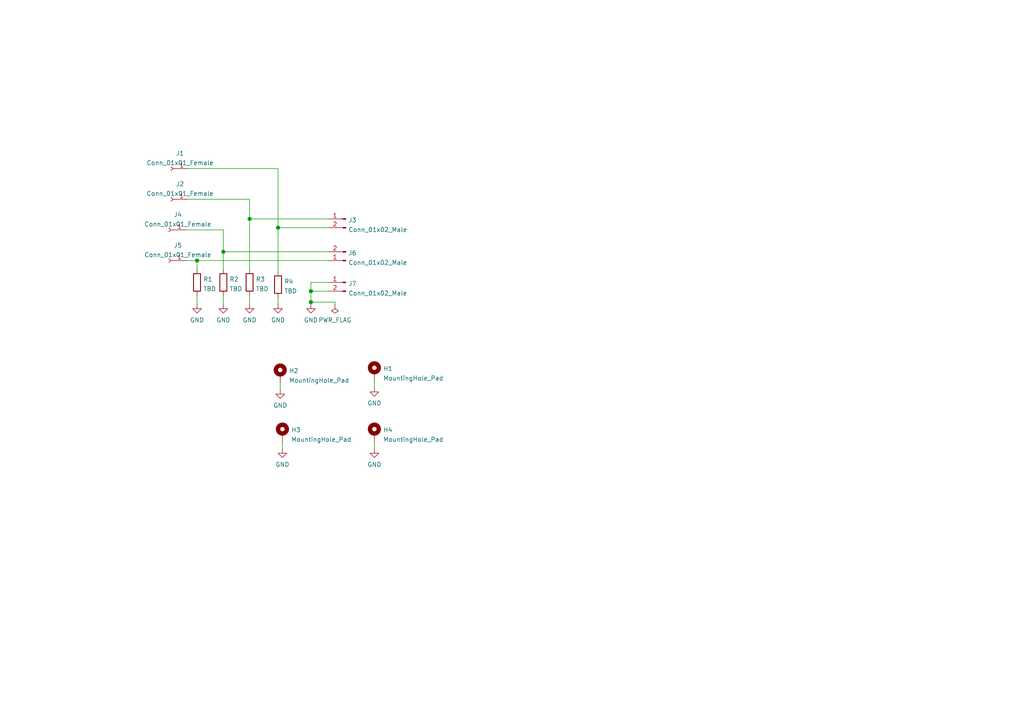
<source format=kicad_sch>
(kicad_sch (version 20210621) (generator eeschema)
  (paper "A4")
  (lib_symbols
    (symbol "Connector:Conn_01x01_Female" (pin_names (offset 1.016) hide)
      (property "Reference" "J" (at 0 2.54 0))
      (property "Value" "Conn_01x01_Female" (at 0 -2.54 0))
      (symbol "Conn_01x01_Female_1_1"
        (arc (start 0 0.508) (end 0 -0.508) (radius (at 0 0) (length 0.508) (angles 90.1 -90.1)) (stroke (width 0.1524)))
        (polyline (pts (xy -1.27 0) (xy -0.508 0)) (stroke (width 0.1524)))
        (pin passive line (at -5.08 0 0) (length 3.81) (name "Pin_1") (number "1"))
      )
    )
    (symbol "Connector:Conn_01x02_Male" (pin_names (offset 1.016) hide)
      (property "Reference" "J" (at 0 2.54 0))
      (property "Value" "Conn_01x02_Male" (at 0 -5.08 0))
      (symbol "Conn_01x02_Male_1_1"
        (rectangle (start 0.8636 -2.413) (end 0 -2.667) (stroke (width 0.1524)) (fill (type outline)))
        (rectangle (start 0.8636 0.127) (end 0 -0.127) (stroke (width 0.1524)) (fill (type outline)))
        (polyline (pts (xy 1.27 -2.54) (xy 0.8636 -2.54)) (stroke (width 0.1524)))
        (polyline (pts (xy 1.27 0) (xy 0.8636 0)) (stroke (width 0.1524)))
        (pin passive line (at 5.08 0 180) (length 3.81) (name "Pin_1") (number "1"))
        (pin passive line (at 5.08 -2.54 180) (length 3.81) (name "Pin_2") (number "2"))
      )
    )
    (symbol "Device:R" (pin_numbers hide) (pin_names (offset 0))
      (property "Reference" "R" (at 2.032 0 90))
      (property "Value" "R" (at 0 0 90))
      (symbol "R_0_1"
        (rectangle (start -1.016 -2.54) (end 1.016 2.54) (stroke (width 0.254)))
      )
      (symbol "R_1_1"
        (pin passive line (at 0 3.81 270) (length 1.27) (name "~") (number "1"))
        (pin passive line (at 0 -3.81 90) (length 1.27) (name "~") (number "2"))
      )
    )
    (symbol "Mechanical:MountingHole_Pad" (pin_numbers hide) (pin_names (offset 1.016) hide)
      (property "Reference" "H" (at 0 6.35 0))
      (property "Value" "MountingHole_Pad" (at 0 4.445 0))
      (symbol "MountingHole_Pad_0_1"
        (circle (center 0 1.27) (radius 1.27) (stroke (width 1.27)))
      )
      (symbol "MountingHole_Pad_1_1"
        (pin input line (at 0 -2.54 90) (length 2.54) (name "1") (number "1"))
      )
    )
    (symbol "power:GND" (power) (pin_names (offset 0))
      (property "Value" "GND" (at 0 -3.81 0))
      (symbol "GND_0_1"
        (polyline (pts (xy 0 0) (xy 0 -1.27) (xy 1.27 -1.27) (xy 0 -2.54) (xy -1.27 -1.27) (xy 0 -1.27)))
      )
      (symbol "GND_1_1"
        (pin power_in line (at 0 0 270) (length 0) hide (name "GND") (number "1"))
      )
    )
    (symbol "power:PWR_FLAG" (power) (pin_numbers hide) (pin_names (offset 0) hide)
      (property "Value" "PWR_FLAG" (at 0 3.81 0))
      (symbol "PWR_FLAG_0_0"
        (pin power_out line (at 0 0 90) (length 0) (name "pwr") (number "1"))
      )
      (symbol "PWR_FLAG_0_1"
        (polyline (pts (xy 0 0) (xy 0 1.27) (xy -1.016 1.905) (xy 0 2.54) (xy 1.016 1.905) (xy 0 1.27)))
      )
    )
  )
  (junction (at 57.15 75.565) (diameter 1.016))
  (junction (at 64.77 73.025) (diameter 1.016))
  (junction (at 72.39 63.5) (diameter 1.016))
  (junction (at 80.645 66.04) (diameter 1.016))
  (junction (at 90.17 84.455) (diameter 1.016))
  (junction (at 90.17 87.63) (diameter 1.016))
  (wire (pts (xy 53.975 66.675) (xy 64.77 66.675)))
  (wire (pts (xy 53.975 75.565) (xy 57.15 75.565)))
  (wire (pts (xy 54.61 48.895) (xy 80.645 48.895)))
  (wire (pts (xy 54.61 57.785) (xy 72.39 57.785)))
  (wire (pts (xy 57.15 75.565) (xy 57.15 78.105)))
  (wire (pts (xy 57.15 75.565) (xy 95.25 75.565)))
  (wire (pts (xy 57.15 85.725) (xy 57.15 88.265)))
  (wire (pts (xy 64.77 66.675) (xy 64.77 73.025)))
  (wire (pts (xy 64.77 73.025) (xy 64.77 78.105)))
  (wire (pts (xy 64.77 73.025) (xy 95.25 73.025)))
  (wire (pts (xy 64.77 85.725) (xy 64.77 88.265)))
  (wire (pts (xy 72.39 57.785) (xy 72.39 63.5)))
  (wire (pts (xy 72.39 63.5) (xy 72.39 78.105)))
  (wire (pts (xy 72.39 63.5) (xy 95.25 63.5)))
  (wire (pts (xy 72.39 85.725) (xy 72.39 88.265)))
  (wire (pts (xy 80.645 48.895) (xy 80.645 66.04)))
  (wire (pts (xy 80.645 66.04) (xy 80.645 78.74)))
  (wire (pts (xy 80.645 66.04) (xy 95.25 66.04)))
  (wire (pts (xy 80.645 86.36) (xy 80.645 88.265)))
  (wire (pts (xy 81.28 111.125) (xy 81.28 113.03)))
  (wire (pts (xy 81.915 128.27) (xy 81.915 130.175)))
  (wire (pts (xy 90.17 81.915) (xy 90.17 84.455)))
  (wire (pts (xy 90.17 84.455) (xy 90.17 87.63)))
  (wire (pts (xy 90.17 87.63) (xy 90.17 88.265)))
  (wire (pts (xy 95.25 81.915) (xy 90.17 81.915)))
  (wire (pts (xy 95.25 84.455) (xy 90.17 84.455)))
  (wire (pts (xy 97.155 87.63) (xy 90.17 87.63)))
  (wire (pts (xy 97.155 88.265) (xy 97.155 87.63)))
  (wire (pts (xy 108.585 110.49) (xy 108.585 112.395)))
  (wire (pts (xy 108.585 128.27) (xy 108.585 130.175)))
  (symbol (lib_id "power:PWR_FLAG") (at 97.155 88.265 180) (unit 1)
    (property "Reference" "#FLG01" (effects hide))
    (property "Value" "PWR_FLAG" (at 97.155 92.8276 0))
  )
  (symbol (lib_id "Connector:Conn_01x01_Female") (at 48.895 66.675 0) (mirror y) (unit 1)
    (property "Reference" "J4" (at 51.5874 62.2512 0))
    (property "Value" "Conn_01x01_Female" (at 51.5874 65.0263 0))
    (property "Footprint" "LVGeigerTubeConnector:GeigerTubeConnector" (effects hide))
  )
  (symbol (lib_id "Connector:Conn_01x01_Female") (at 48.895 75.565 0) (mirror y) (unit 1)
    (property "Reference" "J5" (at 51.5874 71.1412 0))
    (property "Value" "Conn_01x01_Female" (at 51.5874 73.9163 0))
    (property "Footprint" "LVGeigerTubeConnector:GeigerTubeConnector" (effects hide))
  )
  (symbol (lib_id "Connector:Conn_01x01_Female") (at 49.53 48.895 0) (mirror y) (unit 1)
    (property "Reference" "J1" (at 52.2224 44.4712 0))
    (property "Value" "Conn_01x01_Female" (at 52.2224 47.2463 0))
    (property "Footprint" "LVGeigerTubeConnector:GeigerTubeConnector" (effects hide))
  )
  (symbol (lib_id "Connector:Conn_01x01_Female") (at 49.53 57.785 0) (mirror y) (unit 1)
    (property "Reference" "J2" (at 52.2224 53.3612 0))
    (property "Value" "Conn_01x01_Female" (at 52.2224 56.1363 0))
    (property "Footprint" "LVGeigerTubeConnector:GeigerTubeConnector" (effects hide))
  )
  (symbol (lib_id "power:GND") (at 57.15 88.265 0) (unit 1)
    (property "Reference" "#PWR01" (effects hide))
    (property "Value" "GND" (at 57.15 92.8276 0))
  )
  (symbol (lib_id "power:GND") (at 64.77 88.265 0) (unit 1)
    (property "Reference" "#PWR02" (effects hide))
    (property "Value" "GND" (at 64.77 92.8276 0))
  )
  (symbol (lib_id "power:GND") (at 72.39 88.265 0) (unit 1)
    (property "Reference" "#PWR03" (effects hide))
    (property "Value" "GND" (at 72.39 92.8276 0))
  )
  (symbol (lib_id "power:GND") (at 80.645 88.265 0) (unit 1)
    (property "Reference" "#PWR04" (effects hide))
    (property "Value" "GND" (at 80.645 92.8276 0))
  )
  (symbol (lib_id "power:GND") (at 81.28 113.03 0) (unit 1)
    (property "Reference" "#PWR0103" (effects hide))
    (property "Value" "GND" (at 81.28 117.5926 0))
  )
  (symbol (lib_id "power:GND") (at 81.915 130.175 0) (unit 1)
    (property "Reference" "#PWR0104" (effects hide))
    (property "Value" "GND" (at 81.915 134.7376 0))
  )
  (symbol (lib_id "power:GND") (at 90.17 88.265 0) (unit 1)
    (property "Reference" "#PWR05" (effects hide))
    (property "Value" "GND" (at 90.17 92.8276 0))
  )
  (symbol (lib_id "power:GND") (at 108.585 112.395 0) (unit 1)
    (property "Reference" "#PWR0102" (effects hide))
    (property "Value" "GND" (at 108.585 116.9576 0))
  )
  (symbol (lib_id "power:GND") (at 108.585 130.175 0) (unit 1)
    (property "Reference" "#PWR0101" (effects hide))
    (property "Value" "GND" (at 108.585 134.7376 0))
  )
  (symbol (lib_id "Connector:Conn_01x02_Male") (at 100.33 63.5 0) (mirror y) (unit 1)
    (property "Reference" "J3" (at 101.0413 63.8615 0) (effects (justify right)))
    (property "Value" "Conn_01x02_Male" (at 101.0413 66.6366 0) (effects (justify right)))
    (property "Footprint" "Connector_PinHeader_2.54mm:PinHeader_1x02_P2.54mm_Horizontal" (effects hide))
  )
  (symbol (lib_id "Connector:Conn_01x02_Male") (at 100.33 75.565 180) (unit 1)
    (property "Reference" "J6" (at 101.0413 73.3865 0) (effects (justify right)))
    (property "Value" "Conn_01x02_Male" (at 101.0413 76.1616 0) (effects (justify right)))
    (property "Footprint" "Connector_PinHeader_2.54mm:PinHeader_1x02_P2.54mm_Horizontal" (effects hide))
  )
  (symbol (lib_id "Connector:Conn_01x02_Male") (at 100.33 81.915 0) (mirror y) (unit 1)
    (property "Reference" "J7" (at 101.0413 82.2765 0) (effects (justify right)))
    (property "Value" "Conn_01x02_Male" (at 101.0413 85.0516 0) (effects (justify right)))
    (property "Footprint" "Connector_PinHeader_2.54mm:PinHeader_1x02_P2.54mm_Horizontal" (effects hide))
  )
  (symbol (lib_id "Device:R") (at 57.15 81.915 0) (unit 1)
    (property "Reference" "R1" (at 58.9281 81.0065 0) (effects (justify left)))
    (property "Value" "TBD" (at 58.9281 83.7816 0) (effects (justify left)))
    (property "Footprint" "Resistor_SMD:R_0805_2012Metric" (effects hide))
  )
  (symbol (lib_id "Device:R") (at 64.77 81.915 0) (unit 1)
    (property "Reference" "R2" (at 66.5481 81.0065 0) (effects (justify left)))
    (property "Value" "TBD" (at 66.5481 83.7816 0) (effects (justify left)))
    (property "Footprint" "Resistor_SMD:R_0805_2012Metric" (effects hide))
  )
  (symbol (lib_id "Device:R") (at 72.39 81.915 0) (unit 1)
    (property "Reference" "R3" (at 74.1681 81.0065 0) (effects (justify left)))
    (property "Value" "TBD" (at 74.1681 83.7816 0) (effects (justify left)))
    (property "Footprint" "Resistor_SMD:R_0805_2012Metric" (effects hide))
  )
  (symbol (lib_id "Device:R") (at 80.645 82.55 0) (unit 1)
    (property "Reference" "R4" (at 82.4231 81.6415 0) (effects (justify left)))
    (property "Value" "TBD" (at 82.4231 84.4166 0) (effects (justify left)))
    (property "Footprint" "Resistor_SMD:R_0805_2012Metric" (effects hide))
  )
  (symbol (lib_id "Mechanical:MountingHole_Pad") (at 81.28 108.585 0) (unit 1)
    (property "Reference" "H2" (at 83.8201 107.5495 0) (effects (justify left)))
    (property "Value" "MountingHole_Pad" (at 83.8201 110.3246 0) (effects (justify left)))
    (property "Footprint" "MountingHole:MountingHole_3.5mm_Pad" (effects hide))
  )
  (symbol (lib_id "Mechanical:MountingHole_Pad") (at 81.915 125.73 0) (unit 1)
    (property "Reference" "H3" (at 84.4551 124.6945 0) (effects (justify left)))
    (property "Value" "MountingHole_Pad" (at 84.4551 127.4696 0) (effects (justify left)))
    (property "Footprint" "MountingHole:MountingHole_3.5mm_Pad" (effects hide))
  )
  (symbol (lib_id "Mechanical:MountingHole_Pad") (at 108.585 107.95 0) (unit 1)
    (property "Reference" "H1" (at 111.1251 106.9145 0) (effects (justify left)))
    (property "Value" "MountingHole_Pad" (at 111.1251 109.6896 0) (effects (justify left)))
    (property "Footprint" "MountingHole:MountingHole_3.5mm_Pad" (effects hide))
  )
  (symbol (lib_id "Mechanical:MountingHole_Pad") (at 108.585 125.73 0) (unit 1)
    (property "Reference" "H4" (at 111.1251 124.6945 0) (effects (justify left)))
    (property "Value" "MountingHole_Pad" (at 111.1251 127.4696 0) (effects (justify left)))
    (property "Footprint" "MountingHole:MountingHole_3.5mm_Pad" (effects hide))
  )
)
</source>
